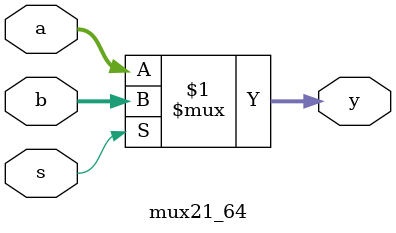
<source format=v>
module mux21_64(a , b, s, y);
    input [63:0]a, b;
    input s;
    output [63:0] y;
    assign y = s ? b : a;
endmodule
</source>
